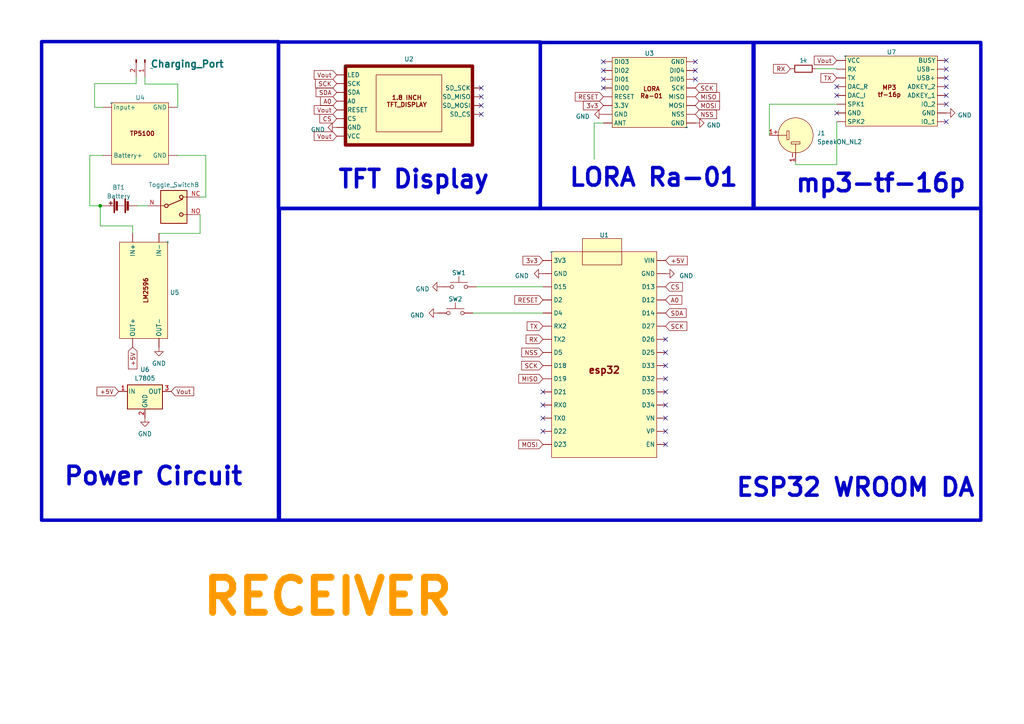
<source format=kicad_sch>
(kicad_sch (version 20230121) (generator eeschema)
  (paper "A4")
  (lib_symbols
    (symbol "Connector:Conn_01x02_Pin" (pin_names (offset 1.016) hide)
      (property "Reference" "J" (at 0 2.54 0))
      (property "Value" "Conn_01x02_Pin" (at 0 -5.08 0))
      (symbol "Conn_01x02_Pin_1_1"
        (polyline (pts (xy 1.27 -2.54) (xy 0.8636 -2.54)) (stroke (width 0.1524)))
        (polyline (pts (xy 1.27 0) (xy 0.8636 0)) (stroke (width 0.1524)))
        (rectangle (start 0.8636 -2.413) (end 0 -2.667) (stroke (width 0.1524)) (fill (type outline)))
        (rectangle (start 0.8636 0.127) (end 0 -0.127) (stroke (width 0.1524)) (fill (type outline)))
        (pin passive line (at 5.08 0 180) (length 3.81) (name "Pin_1") (number "1"))
        (pin passive line (at 5.08 -2.54 180) (length 3.81) (name "Pin_2") (number "2"))
      )
    )
    (symbol "Connector_Audio:SpeakON_NL2" (pin_names hide)
      (property "Reference" "J" (at 2.54 8.89 0))
      (property "Value" "SpeakON_NL2" (at 7.62 6.35 0))
      (symbol "SpeakON_NL2_0_1"
        (rectangle (start -2.54 1.27) (end -1.905 -1.27))
        (rectangle (start -1.27 2.54) (end 1.27 1.905))
        (polyline (pts (xy -5.08 0) (xy -2.54 0)))
        (polyline (pts (xy 0 5.08) (xy 0 2.54)))
        (circle (center 0 0) (radius 5.08) (fill (type background)))
        (pin passive line (at -7.62 0 0) (length 2.54) (name "1-") (number "1-"))
      )
      (symbol "SpeakON_NL2_1_1"
        (pin passive line (at 0 7.62 270) (length 2.54) (name "1+") (number "1+"))
      )
    )
    (symbol "Connector_Audio:XLR3_Switched" (pin_names hide)
      (property "Reference" "J" (at 0 8.89 0))
      (property "Value" "XLR3_Switched" (at 0 6.35 0))
      (symbol "XLR3_Switched_1_1"
        (circle (center -3.556 0) (radius 1.016))
        (circle (center 0 -3.556) (radius 1.016))
        (polyline (pts (xy -5.08 0) (xy -4.572 0)))
        (polyline (pts (xy 0 -5.08) (xy 0 -4.572)))
        (polyline (pts (xy 5.08 0) (xy 4.572 0)))
        (circle (center 0 0) (radius 5.08) (fill (type background)))
        (circle (center 3.556 0) (radius 1.016))
        (text "1" (at -3.556 1.778 0) (effects (font (size 1.016 1.016) bold)))
        (text "2" (at 3.556 1.778 0) (effects (font (size 1.016 1.016) bold)))
        (text "3" (at 0 -1.778 0) (effects (font (size 1.016 1.016) bold)))
        (pin passive line (at -7.62 0 0) (length 2.54) (name "~") (number "1"))
        (pin passive line (at 7.62 0 180) (length 2.54) (name "~") (number "2"))
        (pin passive line (at 0 -7.62 90) (length 2.54) (name "~") (number "3"))
      )
      (symbol "XLR3_Switched_2_1"
        (rectangle (start -3.81 4.445) (end 3.81 -5.08) (stroke (width 0.254)) (fill (type background)))
        (circle (center -2.159 0) (radius 0.508) (stroke (width 0.254)))
        (polyline (pts (xy -5.08 0) (xy -2.794 0)))
        (polyline (pts (xy -1.651 0.127) (xy 2.54 1.905)) (stroke (width 0.254)))
        (polyline (pts (xy 5.08 -2.54) (xy 2.794 -2.54)))
        (polyline (pts (xy 5.08 2.54) (xy 2.794 2.54)))
        (circle (center 2.159 -2.54) (radius 0.508) (stroke (width 0.254)))
        (circle (center 2.159 2.54) (radius 0.508) (stroke (width 0.254)))
        (pin passive line (at -7.62 0 0) (length 2.54) (name "~") (number "N"))
        (pin passive line (at 7.62 2.54 180) (length 2.54) (name "~") (number "NC"))
        (pin passive line (at 7.62 -2.54 180) (length 2.54) (name "~") (number "NO"))
      )
    )
    (symbol "Device:Battery" (pin_numbers hide) (pin_names (offset 0) hide)
      (property "Reference" "BT" (at 2.54 2.54 0))
      (property "Value" "Battery" (at 2.54 0 0))
      (symbol "Battery_0_1"
        (rectangle (start -2.032 -1.397) (end 2.032 -1.651) (fill (type outline)))
        (rectangle (start -2.032 1.778) (end 2.032 1.524) (fill (type outline)))
        (rectangle (start -1.3208 -1.9812) (end 1.27 -2.4892) (fill (type outline)))
        (rectangle (start -1.3208 1.1938) (end 1.27 0.6858) (fill (type outline)))
        (polyline (pts (xy 0 -1.524) (xy 0 -1.27)))
        (polyline (pts (xy 0 -1.016) (xy 0 -0.762)))
        (polyline (pts (xy 0 -0.508) (xy 0 -0.254)))
        (polyline (pts (xy 0 0) (xy 0 0.254)))
        (polyline (pts (xy 0 0.508) (xy 0 0.762)))
        (polyline (pts (xy 0 1.778) (xy 0 2.54)))
        (polyline (pts (xy 0.254 2.667) (xy 1.27 2.667)) (stroke (width 0.254)))
        (polyline (pts (xy 0.762 3.175) (xy 0.762 2.159)) (stroke (width 0.254)))
      )
      (symbol "Battery_1_1"
        (pin passive line (at 0 5.08 270) (length 2.54) (name "+") (number "1"))
        (pin passive line (at 0 -5.08 90) (length 2.54) (name "-") (number "2"))
      )
    )
    (symbol "Device:R" (pin_numbers hide) (pin_names (offset 0))
      (property "Reference" "R" (at 2.032 0 90))
      (property "Value" "R" (at 0 0 90))
      (symbol "R_0_1"
        (rectangle (start -1.016 -2.54) (end 1.016 2.54) (stroke (width 0.254)))
      )
      (symbol "R_1_1"
        (pin passive line (at 0 3.81 270) (length 1.27) (name "~") (number "1"))
        (pin passive line (at 0 -3.81 90) (length 1.27) (name "~") (number "2"))
      )
    )
    (symbol "MP3_amplifiers:mp3-tf-16p"
      (property "Reference" "U" (at 0 0 0))
      (symbol "mp3-tf-16p_1_1"
        (rectangle (start 0 0) (end 26.67 -20.32) (fill (type background)))
        (text "MP3\ntf-16p\n" (at 12.7 -10.16 0) (effects (font (size 1.27 1.27) bold)))
        (pin input line (at 29.21 -11.43 180) (length 2.54) (name "ADKEY_1") (number ""))
        (pin input line (at 29.21 -8.89 180) (length 2.54) (name "ADKEY_2") (number ""))
        (pin input line (at 29.21 -1.27 180) (length 2.54) (name "BUSY") (number ""))
        (pin input line (at -2.54 -11.43 0) (length 2.54) (name "DAC_I") (number ""))
        (pin input line (at -2.54 -8.89 0) (length 2.54) (name "DAC_R") (number ""))
        (pin input line (at -2.54 -16.51 0) (length 2.54) (name "GND") (number ""))
        (pin input line (at 29.21 -16.51 180) (length 2.54) (name "GND") (number ""))
        (pin input line (at 29.21 -19.05 180) (length 2.54) (name "IO_1") (number ""))
        (pin input line (at 29.21 -13.97 180) (length 2.54) (name "IO_2") (number ""))
        (pin input line (at -2.54 -3.81 0) (length 2.54) (name "RX") (number ""))
        (pin input line (at -2.54 -13.97 0) (length 2.54) (name "SPK1") (number ""))
        (pin input line (at -2.54 -19.05 0) (length 2.54) (name "SPK2") (number ""))
        (pin input line (at -2.54 -6.35 0) (length 2.54) (name "TX") (number ""))
        (pin input line (at 29.21 -6.35 180) (length 2.54) (name "USB+") (number ""))
        (pin input line (at 29.21 -3.81 180) (length 2.54) (name "USB-") (number ""))
        (pin input line (at -2.54 -1.27 0) (length 2.54) (name "VCC") (number ""))
      )
    )
    (symbol "Regulator_Linear:L7805" (pin_names (offset 0.254))
      (property "Reference" "U" (at -3.81 3.175 0))
      (property "Value" "L7805" (at 0 3.175 0))
      (symbol "L7805_0_1"
        (rectangle (start -5.08 1.905) (end 5.08 -5.08) (stroke (width 0.254)) (fill (type background)))
      )
      (symbol "L7805_1_1"
        (pin power_in line (at -7.62 0 0) (length 2.54) (name "IN") (number "1"))
        (pin power_in line (at 0 -7.62 90) (length 2.54) (name "GND") (number "2"))
        (pin power_out line (at 7.62 0 180) (length 2.54) (name "OUT") (number "3"))
      )
    )
    (symbol "Switch:SW_Push" (pin_numbers hide) (pin_names (offset 1.016) hide)
      (property "Reference" "SW" (at 1.27 2.54 0))
      (property "Value" "SW_Push" (at 0 -1.524 0))
      (symbol "SW_Push_0_1"
        (circle (center -2.032 0) (radius 0.508))
        (polyline (pts (xy 0 1.27) (xy 0 3.048)))
        (polyline (pts (xy 2.54 1.27) (xy -2.54 1.27)))
        (circle (center 2.032 0) (radius 0.508))
        (pin passive line (at -5.08 0 0) (length 2.54) (name "1") (number "1"))
        (pin passive line (at 5.08 0 180) (length 2.54) (name "2") (number "2"))
      )
    )
    (symbol "buck_converter1:lm2596"
      (property "Reference" "U5" (at 10.16 1.016 0))
      (property "Value" "~" (at 0 0 0))
      (symbol "lm2596_1_1"
        (rectangle (start 0 0) (end 27.94 -13.97) (fill (type background)))
        (text "LM2596" (at 13.97 -6.35 0) (effects (font (size 1.27 1.27) bold)))
        (pin input line (at -2.54 -10.16 0) (length 2.54) (name "IN+") (number ""))
        (pin input line (at -2.54 -2.54 0) (length 2.54) (name "IN-") (number ""))
        (pin input line (at 30.48 -10.16 180) (length 2.54) (name "OUT+") (number ""))
        (pin input line (at 30.48 -2.54 180) (length 2.54) (name "OUT-") (number ""))
      )
    )
    (symbol "esp32:esp32_wroom32_DA"
      (property "Reference" "U" (at 30.48 -58.42 0))
      (symbol "esp32_wroom32_DA_1_1"
        (rectangle (start 0 1.27) (end 30.48 -58.42) (fill (type background)))
        (rectangle (start 10.16 -54.61) (end 21.59 -62.23) (fill (type background)))
        (text "esp32\n" (at 15.24 -24.13 0) (effects (font (size 2 2) bold)))
        (pin input line (at 33.02 -55.88 180) (length 2.54) (name "3V3") (number ""))
        (pin input line (at -2.54 -44.45 0) (length 2.54) (name "D12") (number ""))
        (pin input line (at -2.54 -48.26 0) (length 2.54) (name "D13") (number ""))
        (pin input line (at -2.54 -40.64 0) (length 2.54) (name "D14") (number ""))
        (pin input line (at 33.02 -48.26 180) (length 2.54) (name "D15") (number ""))
        (pin input line (at 33.02 -25.4 180) (length 2.54) (name "D18") (number ""))
        (pin input line (at 33.02 -21.59 180) (length 2.54) (name "D19") (number ""))
        (pin input line (at 33.02 -44.45 180) (length 2.54) (name "D2") (number ""))
        (pin input line (at 33.02 -17.78 180) (length 2.54) (name "D21") (number ""))
        (pin input line (at 33.02 -6.35 180) (length 2.54) (name "D22") (number ""))
        (pin input line (at 33.02 -2.54 180) (length 2.54) (name "D23") (number ""))
        (pin input line (at -2.54 -29.21 0) (length 2.54) (name "D25") (number ""))
        (pin input line (at -2.54 -33.02 0) (length 2.54) (name "D26") (number ""))
        (pin input line (at -2.54 -36.83 0) (length 2.54) (name "D27") (number ""))
        (pin input line (at -2.54 -21.59 0) (length 2.54) (name "D32") (number ""))
        (pin input line (at -2.54 -25.4 0) (length 2.54) (name "D33") (number ""))
        (pin input line (at -2.54 -13.97 0) (length 2.54) (name "D34") (number ""))
        (pin input line (at -2.54 -17.78 0) (length 2.54) (name "D35") (number ""))
        (pin input line (at 33.02 -40.64 180) (length 2.54) (name "D4") (number ""))
        (pin input line (at 33.02 -29.21 180) (length 2.54) (name "D5") (number ""))
        (pin input line (at -2.54 -2.54 0) (length 2.54) (name "EN") (number ""))
        (pin input line (at -2.54 -52.07 0) (length 2.54) (name "GND") (number ""))
        (pin input line (at 33.02 -52.07 180) (length 2.54) (name "GND") (number ""))
        (pin input line (at 33.02 -13.97 180) (length 2.54) (name "RX0") (number ""))
        (pin input line (at 33.02 -36.83 180) (length 2.54) (name "RX2") (number ""))
        (pin input line (at 33.02 -10.16 180) (length 2.54) (name "TX0") (number ""))
        (pin input line (at 33.02 -33.02 180) (length 2.54) (name "TX2") (number ""))
        (pin input line (at -2.54 -55.88 0) (length 2.54) (name "VIN") (number ""))
        (pin input line (at -2.54 -10.16 0) (length 2.54) (name "VN") (number ""))
        (pin input line (at -2.54 -6.35 0) (length 2.54) (name "VP") (number ""))
      )
    )
    (symbol "li-ion_charger_module:2_cell_charger"
      (property "Reference" "U" (at 0 0 0))
      (symbol "2_cell_charger_1_1"
        (rectangle (start 0 0) (end 16.51 -17.78) (fill (type background)))
        (text "TP5100" (at 8.89 -8.89 0) (effects (font (size 1.27 1.27) bold)))
        (pin input line (at -2.54 -15.24 0) (length 2.54) (name "Battery+") (number ""))
        (pin input line (at 19.05 -15.24 180) (length 2.54) (name "GND") (number ""))
        (pin input line (at 19.05 -1.27 180) (length 2.54) (name "GND") (number ""))
        (pin input line (at -2.54 -1.27 0) (length 2.54) (name "input+") (number ""))
      )
    )
    (symbol "lora_ra01:lora_ra01"
      (property "Reference" "U" (at 0 0 0))
      (symbol "lora_ra01_1_1"
        (rectangle (start 0 0) (end 21.59 -20.32) (fill (type background)))
        (text "LORA\nRa-01" (at 10.16 -10.16 0) (effects (font (size 1.27 1.27) bold)))
        (pin input line (at 24.13 -6.35 180) (length 2.54) (name "3.3V") (number ""))
        (pin input line (at 24.13 -1.27 180) (length 2.54) (name "ANT") (number ""))
        (pin input line (at 24.13 -11.43 180) (length 2.54) (name "DI00") (number ""))
        (pin input line (at 24.13 -13.97 180) (length 2.54) (name "DI01") (number ""))
        (pin input line (at 24.13 -16.51 180) (length 2.54) (name "DI02") (number ""))
        (pin input line (at 24.13 -19.05 180) (length 2.54) (name "DI03") (number ""))
        (pin input line (at -2.54 -16.51 0) (length 2.54) (name "DI04") (number ""))
        (pin input line (at -2.54 -13.97 0) (length 2.54) (name "DI05") (number ""))
        (pin input line (at -2.54 -19.05 0) (length 2.54) (name "GND") (number ""))
        (pin input line (at -2.54 -1.27 0) (length 2.54) (name "GND") (number ""))
        (pin input line (at 24.13 -3.81 180) (length 2.54) (name "GND") (number ""))
        (pin input line (at -2.54 -8.89 0) (length 2.54) (name "MISO") (number ""))
        (pin input line (at -2.54 -6.35 0) (length 2.54) (name "MOSI") (number ""))
        (pin input line (at -2.54 -3.81 0) (length 2.54) (name "NSS") (number ""))
        (pin input line (at 24.13 -8.89 180) (length 2.54) (name "RESET") (number ""))
        (pin input line (at -2.54 -11.43 0) (length 2.54) (name "SCK") (number ""))
      )
    )
    (symbol "power:GND" (power) (pin_names (offset 0))
      (property "Value" "GND" (at 0 -3.81 0))
      (symbol "GND_0_1"
        (polyline (pts (xy 0 0) (xy 0 -1.27) (xy 1.27 -1.27) (xy 0 -2.54) (xy -1.27 -1.27) (xy 0 -1.27)))
      )
      (symbol "GND_1_1"
        (pin power_in line (at 0 0 270) (length 0) hide (name "GND") (number "1"))
      )
    )
    (symbol "tft_diplay:1.8_tft_display"
      (property "Reference" "U" (at 0 0 0))
      (symbol "1.8_tft_display_1_1"
        (rectangle (start 0 0) (end 36.83 -22.86) (stroke (width 1)) (fill (type background)))
        (rectangle (start 8.89 -2.54) (end 27.94 -19.05))
        (text "1.8 INCH\nTFT_DISPLAY\n" (at 17.78 -10.16 0) (effects (font (size 1.27 1.27) bold)))
        (pin input line (at -2.54 -10.16 0) (length 2.54) (name "A0") (number ""))
        (pin input line (at -2.54 -15.24 0) (length 2.54) (name "CS") (number ""))
        (pin input line (at -2.54 -17.78 0) (length 2.54) (name "GND") (number ""))
        (pin input line (at -2.54 -2.54 0) (length 2.54) (name "LED") (number ""))
        (pin input line (at -2.54 -12.7 0) (length 2.54) (name "RESET") (number ""))
        (pin input line (at -2.54 -5.08 0) (length 2.54) (name "SCK") (number ""))
        (pin input line (at -2.54 -7.62 0) (length 2.54) (name "SDA") (number ""))
        (pin input line (at 39.37 -13.97 180) (length 2.54) (name "SD_CS") (number ""))
        (pin input line (at 39.37 -8.89 180) (length 2.54) (name "SD_MISO") (number ""))
        (pin input line (at 39.37 -11.43 180) (length 2.54) (name "SD_MOSI") (number ""))
        (pin input line (at 39.37 -6.35 180) (length 2.54) (name "SD_SCK") (number ""))
        (pin input line (at -2.54 -20.32 0) (length 2.54) (name "VCC") (number ""))
      )
    )
  )
  (junction (at 29.083 59.69))
  (no_connect (at 274.447 27.686))
  (no_connect (at 193.04 106.045))
  (no_connect (at 139.573 33.147))
  (no_connect (at 201.676 20.447))
  (no_connect (at 242.697 27.686))
  (no_connect (at 157.48 113.665))
  (no_connect (at 242.697 32.766))
  (no_connect (at 175.006 20.447))
  (no_connect (at 193.04 109.855))
  (no_connect (at 193.04 102.235))
  (no_connect (at 139.573 25.527))
  (no_connect (at 201.676 17.907))
  (no_connect (at 274.447 35.306))
  (no_connect (at 193.04 125.095))
  (no_connect (at 175.006 25.527))
  (no_connect (at 201.676 22.987))
  (no_connect (at 193.04 117.475))
  (no_connect (at 193.04 128.905))
  (no_connect (at 274.447 20.066))
  (no_connect (at 157.48 125.095))
  (no_connect (at 175.006 22.987))
  (no_connect (at 157.48 117.475))
  (no_connect (at 274.447 25.146))
  (no_connect (at 242.697 25.146))
  (no_connect (at 274.447 17.526))
  (no_connect (at 157.48 121.285))
  (no_connect (at 193.04 113.665))
  (no_connect (at 193.04 98.425))
  (no_connect (at 274.447 30.226))
  (no_connect (at 139.573 28.067))
  (no_connect (at 139.573 30.607))
  (no_connect (at 193.04 121.285))
  (no_connect (at 175.006 17.907))
  (no_connect (at 274.447 22.606))
  (wire (pts (xy 27.432 31.115) (xy 27.432 24.257)))
  (wire (pts (xy 138.176 83.185) (xy 157.48 83.185)))
  (wire (pts (xy 58.039 67.691) (xy 58.039 62.23)))
  (wire (pts (xy 26.035 45.085) (xy 29.845 45.085)))
  (wire (pts (xy 223.139 30.226) (xy 242.697 30.226)))
  (wire (pts (xy 39.878 59.69) (xy 42.799 59.69)))
  (wire (pts (xy 223.139 39.243) (xy 223.139 30.226)))
  (wire (pts (xy 51.562 31.115) (xy 51.435 31.115)))
  (wire (pts (xy 29.083 59.69) (xy 26.035 59.69)))
  (wire (pts (xy 59.69 57.15) (xy 58.039 57.15)))
  (wire (pts (xy 39.497 24.257) (xy 39.497 22.352)))
  (wire (pts (xy 51.562 24.384) (xy 51.562 31.115)))
  (wire (pts (xy 29.083 65.532) (xy 29.083 59.69)))
  (wire (pts (xy 38.481 67.691) (xy 38.481 65.532)))
  (wire (pts (xy 230.759 47.752) (xy 242.697 47.752)))
  (wire (pts (xy 46.101 67.691) (xy 58.039 67.691)))
  (wire (pts (xy 27.432 24.257) (xy 39.497 24.257)))
  (wire (pts (xy 242.697 19.939) (xy 242.697 20.066)))
  (wire (pts (xy 29.718 59.69) (xy 29.083 59.69)))
  (wire (pts (xy 172.339 35.687) (xy 175.006 35.687)))
  (wire (pts (xy 29.845 31.115) (xy 27.432 31.115)))
  (wire (pts (xy 59.69 45.085) (xy 59.69 57.15)))
  (wire (pts (xy 42.037 24.384) (xy 51.562 24.384)))
  (wire (pts (xy 242.697 47.752) (xy 242.697 35.306)))
  (wire (pts (xy 38.481 65.532) (xy 29.083 65.532)))
  (wire (pts (xy 230.759 46.863) (xy 230.759 47.752)))
  (wire (pts (xy 51.435 45.085) (xy 59.69 45.085)))
  (wire (pts (xy 236.855 19.939) (xy 242.697 19.939)))
  (wire (pts (xy 137.16 90.805) (xy 157.48 90.805)))
  (wire (pts (xy 26.035 59.69) (xy 26.035 45.085)))
  (wire (pts (xy 42.037 22.352) (xy 42.037 24.384)))
  (wire (pts (xy 172.339 35.687) (xy 172.339 46.228)))
  (rectangle (start 218.694 12.319) (end 284.48 60.452) (stroke (width 1)))
  (rectangle (start 81.026 60.452) (end 284.48 150.876) (stroke (width 1)))
  (rectangle (start 80.772 12.192) (end 156.718 60.452) (stroke (width 1)))
  (rectangle (start 156.718 12.319) (end 218.44 60.452) (stroke (width 1)))
  (rectangle (start 12.065 12.065) (end 80.772 150.876) (stroke (width 1) (color 0 0 194 1)))
  (text "Power Circuit" (at 18.161 141.224 0) (effects (font (size 5.08 5.08) bold) (justify left bottom)))
  (text "TFT Display\n" (at 97.663 55.118 0) (effects (font (size 5.08 5.08) bold) (justify left bottom)))
  (text "RECEIVER \n" (at 57.912 179.197 0) (effects (font (size 10.16 10.16) bold) (justify left bottom)))
  (text "LORA Ra-01\n" (at 164.719 54.61 0) (effects (font (size 5.08 5.08) bold) (justify left bottom)))
  (text "mp3-tf-16p\n" (at 230.378 56.261 0) (effects (font (size 5.08 5.08) bold) (justify left bottom)))
  (text "ESP32 WROOM DA" (at 213.106 144.526 0) (effects (font (size 5.08 5.08) bold) (justify left bottom)))
  (global_label "Vout" (shape input) (at 242.697 17.526 180) (property "Intersheetrefs" "${INTERSHEET_REFS}" (effects hide)))
  (global_label "Vout" (shape input) (at 97.663 39.497 180) (property "Intersheetrefs" "${INTERSHEET_REFS}" (effects hide)))
  (global_label "3v3" (shape input) (at 157.48 75.565 180) (property "Intersheetrefs" "${INTERSHEET_REFS}" (effects hide)))
  (global_label "RX" (shape input) (at 157.48 98.425 180) (property "Intersheetrefs" "${INTERSHEET_REFS}" (effects hide)))
  (global_label "MOSI" (shape input) (at 201.676 30.607 0) (property "Intersheetrefs" "${INTERSHEET_REFS}" (effects hide)))
  (global_label "NSS" (shape input) (at 201.676 33.147 0) (property "Intersheetrefs" "${INTERSHEET_REFS}" (effects hide)))
  (global_label "CS" (shape input) (at 97.663 34.417 180) (property "Intersheetrefs" "${INTERSHEET_REFS}" (effects hide)))
  (global_label "SDA" (shape input) (at 97.663 26.797 180) (property "Intersheetrefs" "${INTERSHEET_REFS}" (effects hide)))
  (global_label "SCK" (shape input) (at 97.663 24.257 180) (property "Intersheetrefs" "${INTERSHEET_REFS}" (effects hide)))
  (global_label "MISO" (shape input) (at 157.48 109.855 180) (property "Intersheetrefs" "${INTERSHEET_REFS}" (effects hide)))
  (global_label "3v3" (shape input) (at 175.006 30.607 180) (property "Intersheetrefs" "${INTERSHEET_REFS}" (effects hide)))
  (global_label "Vout" (shape input) (at 97.663 21.717 180) (property "Intersheetrefs" "${INTERSHEET_REFS}" (effects hide)))
  (global_label "NSS" (shape input) (at 157.48 102.235 180) (property "Intersheetrefs" "${INTERSHEET_REFS}" (effects hide)))
  (global_label "SCK" (shape input) (at 157.48 106.045 180) (property "Intersheetrefs" "${INTERSHEET_REFS}" (effects hide)))
  (global_label "SCK" (shape input) (at 193.04 94.615 0) (property "Intersheetrefs" "${INTERSHEET_REFS}" (effects hide)))
  (global_label "Vout" (shape input) (at 49.657 113.538 0) (property "Intersheetrefs" "${INTERSHEET_REFS}" (effects hide)))
  (global_label "TX" (shape input) (at 157.48 94.615 180) (property "Intersheetrefs" "${INTERSHEET_REFS}" (effects hide)))
  (global_label "TX" (shape input) (at 242.697 22.606 180) (property "Intersheetrefs" "${INTERSHEET_REFS}" (effects hide)))
  (global_label "A0" (shape input) (at 97.663 29.337 180) (property "Intersheetrefs" "${INTERSHEET_REFS}" (effects hide)))
  (global_label "RESET" (shape input) (at 157.48 86.995 180) (property "Intersheetrefs" "${INTERSHEET_REFS}" (effects hide)))
  (global_label "+5V" (shape input) (at 34.417 113.538 180) (property "Intersheetrefs" "${INTERSHEET_REFS}" (effects hide)))
  (global_label "Vout" (shape input) (at 97.663 31.877 180) (property "Intersheetrefs" "${INTERSHEET_REFS}" (effects hide)))
  (global_label "RESET" (shape input) (at 175.006 28.067 180) (property "Intersheetrefs" "${INTERSHEET_REFS}" (effects hide)))
  (global_label "A0" (shape input) (at 193.04 86.995 0) (property "Intersheetrefs" "${INTERSHEET_REFS}" (effects hide)))
  (global_label "+5V" (shape input) (at 38.481 100.711 270) (property "Intersheetrefs" "${INTERSHEET_REFS}" (effects hide)))
  (global_label "+5V" (shape input) (at 193.04 75.565 0) (property "Intersheetrefs" "${INTERSHEET_REFS}" (effects hide)))
  (global_label "RX" (shape input) (at 229.235 19.939 180) (property "Intersheetrefs" "${INTERSHEET_REFS}" (effects hide)))
  (global_label "SDA" (shape input) (at 193.04 90.805 0) (property "Intersheetrefs" "${INTERSHEET_REFS}" (effects hide)))
  (global_label "MOSI" (shape input) (at 157.48 128.905 180) (property "Intersheetrefs" "${INTERSHEET_REFS}" (effects hide)))
  (global_label "SCK" (shape input) (at 201.676 25.527 0) (property "Intersheetrefs" "${INTERSHEET_REFS}" (effects hide)))
  (global_label "MISO" (shape input) (at 201.676 28.067 0) (property "Intersheetrefs" "${INTERSHEET_REFS}" (effects hide)))
  (global_label "CS" (shape input) (at 193.04 83.185 0) (property "Intersheetrefs" "${INTERSHEET_REFS}" (effects hide)))
  (symbol (lib_id "power:GND") (at 193.04 79.375 90) (unit 1)
    (property "Reference" "#PWR03" (effects hide))
    (property "Value" "GND" (at 196.977 80.01 90) (effects (justify right)))
  )
  (symbol (lib_id "Connector:Conn_01x02_Pin") (at 42.037 17.272 270) (unit 1)
    (property "Reference" "Charging_Port" (at 43.434 18.542 90) (effects (font (size 2 2) bold) (justify left)))
    (property "Value" "~" (at 43.434 19.812 90) (effects (justify left)))
  )
  (symbol (lib_id "power:GND") (at 128.016 83.185 270) (unit 1)
    (property "Reference" "#PWR08" (effects hide))
    (property "Value" "GND" (at 124.587 83.82 90) (effects (justify right)))
  )
  (symbol (lib_id "power:GND") (at 157.48 79.375 270) (unit 1)
    (property "Reference" "#PWR010" (effects hide))
    (property "Value" "GND" (at 153.416 80.01 90) (effects (justify right)))
  )
  (symbol (lib_id "Device:R") (at 233.045 19.939 270) (unit 1)
    (property "Reference" "1k" (at 233.045 17.526 90))
    (property "Value" "~" (at 233.045 17.526 90))
  )
  (symbol (lib_id "Switch:SW_Push") (at 132.08 90.805 0) (unit 1)
    (property "Reference" "SW2" (at 132.08 86.741 0))
    (property "Value" "~" (at 132.08 86.741 0))
  )
  (symbol (lib_id "MP3_amplifiers:mp3-tf-16p") (at 245.237 16.256 0) (unit 1)
    (property "Reference" "U7" (at 258.572 15.113 0))
    (property "Value" "~" (at 245.237 16.256 0))
  )
  (symbol (lib_id "lora_ra01:lora_ra01") (at 199.136 36.957 180) (unit 1)
    (property "Reference" "U3" (at 188.341 15.494 0))
    (property "Value" "~" (at 199.136 36.957 0))
  )
  (symbol (lib_id "li-ion_charger_module:2_cell_charger") (at 32.385 29.845 0) (unit 1)
    (property "Reference" "U4" (at 40.64 28.321 0))
    (property "Value" "~" (at 32.385 29.845 0))
  )
  (symbol (lib_id "buck_converter1:lm2596") (at 48.641 70.231 270) (unit 1)
    (property "Reference" "U5" (at 49.276 84.836 90) (effects (justify left)))
    (property "Value" "~" (at 48.641 70.231 0))
  )
  (symbol (lib_id "power:GND") (at 175.006 33.147 270) (unit 1)
    (property "Reference" "#PWR06" (effects hide))
    (property "Value" "GND" (at 171.069 33.782 90) (effects (justify right)))
  )
  (symbol (lib_id "tft_diplay:1.8_tft_display") (at 100.203 19.177 0) (unit 1)
    (property "Reference" "U2" (at 118.618 17.145 0))
    (property "Value" "~" (at 100.203 19.177 0))
  )
  (symbol (lib_id "power:GND") (at 201.676 35.687 90) (unit 1)
    (property "Reference" "#PWR05" (effects hide))
    (property "Value" "GND" (at 204.978 36.322 90) (effects (justify right)))
  )
  (symbol (lib_id "power:GND") (at 127 90.805 270) (unit 1)
    (property "Reference" "#PWR09" (effects hide))
    (property "Value" "GND" (at 123.063 91.44 90) (effects (justify right)))
  )
  (symbol (lib_id "power:GND") (at 42.037 121.158 0) (unit 1)
    (property "Reference" "#PWR02" (effects hide))
    (property "Value" "GND" (at 42.037 125.857 0))
  )
  (symbol (lib_id "Device:Battery") (at 34.798 59.69 90) (unit 1)
    (property "Reference" "BT1" (at 34.417 54.356 90))
    (property "Value" "Battery" (at 34.417 56.896 90))
  )
  (symbol (lib_id "Connector_Audio:XLR3_Switched") (at 50.419 59.69 0) (unit 2)
    (property "Reference" "Toggle_Switch" (at 50.419 53.594 0))
    (property "Value" "~" (at 50.419 54.229 0))
    (property "Datasheet" " ~" (effects hide))
  )
  (symbol (lib_id "Switch:SW_Push") (at 133.096 83.185 0) (unit 1)
    (property "Reference" "SW1" (at 133.096 79.121 0))
    (property "Value" "~" (at 133.096 79.121 0))
  )
  (symbol (lib_id "power:GND") (at 97.663 36.957 270) (unit 1)
    (property "Reference" "#PWR04" (effects hide))
    (property "Value" "GND" (at 94.234 37.592 90) (effects (justify right)))
  )
  (symbol (lib_id "Connector_Audio:SpeakON_NL2") (at 230.759 39.243 90) (unit 1)
    (property "Reference" "J1" (at 236.982 38.608 90) (effects (justify right)))
    (property "Value" "SpeakON_NL2" (at 236.982 41.148 90) (effects (justify right)))
    (property "Datasheet" "http://www.neutrik.com/en/speakon/" (effects hide))
  )
  (symbol (lib_id "power:GND") (at 274.447 32.766 90) (unit 1)
    (property "Reference" "#PWR07" (effects hide))
    (property "Value" "GND" (at 277.749 33.401 90) (effects (justify right)))
  )
  (symbol (lib_id "power:GND") (at 46.101 100.711 0) (unit 1)
    (property "Reference" "#PWR01" (effects hide))
    (property "Value" "GND" (at 46.101 105.41 0))
  )
  (symbol (lib_id "Regulator_Linear:L7805") (at 42.037 113.538 0) (unit 1)
    (property "Reference" "U6" (at 42.037 107.188 0))
    (property "Value" "L7805" (at 42.037 109.728 0))
    (property "Datasheet" "http://www.st.com/content/ccc/resource/technical/document/datasheet/41/4f/b3/b0/12/d4/47/88/CD00000444.pdf/files/CD00000444.pdf/jcr:content/translations/en.CD00000444.pdf" (effects hide))
  )
  (symbol (lib_id "esp32:esp32_wroom32_DA") (at 190.5 131.445 180) (unit 1)
    (property "Reference" "U1" (at 175.26 68.199 0))
    (property "Value" "~" (at 160.02 73.025 0))
  )
)
</source>
